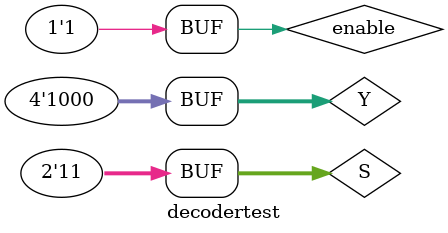
<source format=v>
`timescale 1ns / 1ps


module decodertest();

reg [1:0]S;
reg enable;
wire [3:0]Y;

decoder2by4 D(Y,S,enable);

initial
begin
    enable = 1'b1; S = 2'b00; Y = 4'b0001;
    #20 enable = 1'b1; S = 2'b01; Y = 4'b0010;
    #20 enable = 1'b1; S = 2'b10; Y = 4'b0100;
    #20 enable = 1'b1; S = 2'b11; Y = 4'b1000;
end   
endmodule
</source>
